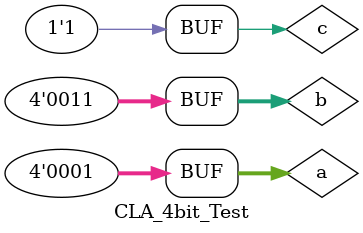
<source format=v>
`timescale 1ns / 1ps


module CLA_4bit_Test;

	// Inputs
	reg [3:0] a;
	reg [3:0] b;
	reg c;

	// Outputs
	wire [3:0] S;
	wire C;

	// Instantiate the Unit Under Test (UUT)
	CLA_4bit uut (
		.a(a), 
		.b(b), 
		.c(c), 
		.S(S), 
		.C(C)
	);

	initial begin
		$monitor ("a = %d, b = %d, c = %d, S = %d, C = %d", a, b, c, S, C);
		// Initialize Inputs

		a = 4'd15; b = 4'd0; c = 0; // S = 15 C = 0
		#100;
		a = 4'd0; b = 4'd15; c = 1; // S = 0 C = 1 
		#100;
		a = 4'd8; b = 4'd7; c = 0; // S = 15 C = 0
		#100;
		a = 4'd2; b = 4'd3; c = 1; // S = 6 C = 0
		#100;
		a = 4'd1; b = 4'd7; c = 0; // S = 8 C = 0
		#100;
		a = 4'd1; b = 4'd3; c = 1; // S = 5 C = 0
		#100;

	end
      
endmodule


</source>
